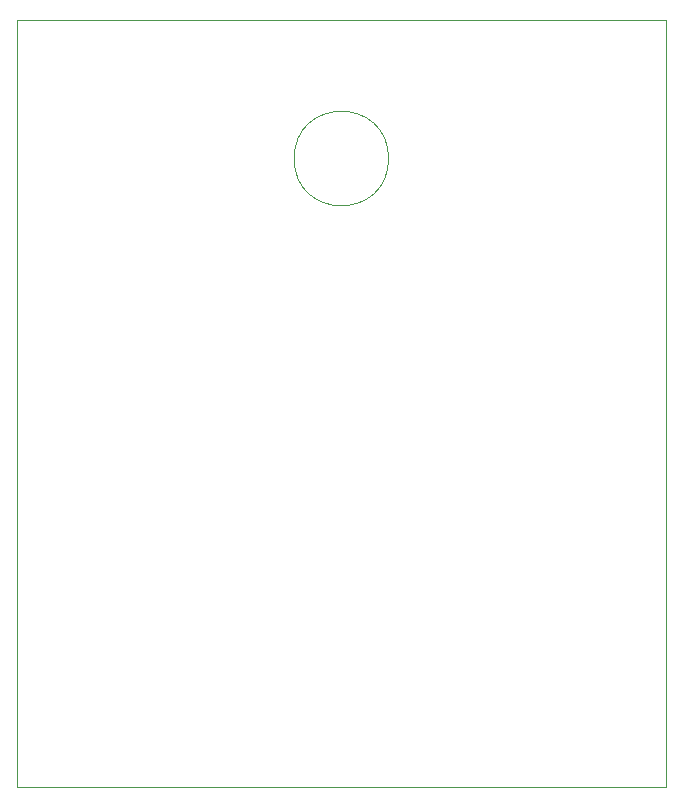
<source format=gbr>
%TF.GenerationSoftware,KiCad,Pcbnew,(5.1.9)-1*%
%TF.CreationDate,2021-09-20T18:56:34+02:00*%
%TF.ProjectId,deep blue delay,64656570-2062-46c7-9565-2064656c6179,rev?*%
%TF.SameCoordinates,Original*%
%TF.FileFunction,Profile,NP*%
%FSLAX46Y46*%
G04 Gerber Fmt 4.6, Leading zero omitted, Abs format (unit mm)*
G04 Created by KiCad (PCBNEW (5.1.9)-1) date 2021-09-20 18:56:34*
%MOMM*%
%LPD*%
G01*
G04 APERTURE LIST*
%TA.AperFunction,Profile*%
%ADD10C,0.050000*%
%TD*%
G04 APERTURE END LIST*
D10*
X31500000Y53250000D02*
G75*
G03*
X31500000Y53250000I-4000000J0D01*
G01*
X55000000Y65000000D02*
X55000000Y0D01*
X0Y65000000D02*
X55000000Y65000000D01*
X0Y0D02*
X0Y65000000D01*
X0Y0D02*
X55000000Y0D01*
M02*

</source>
